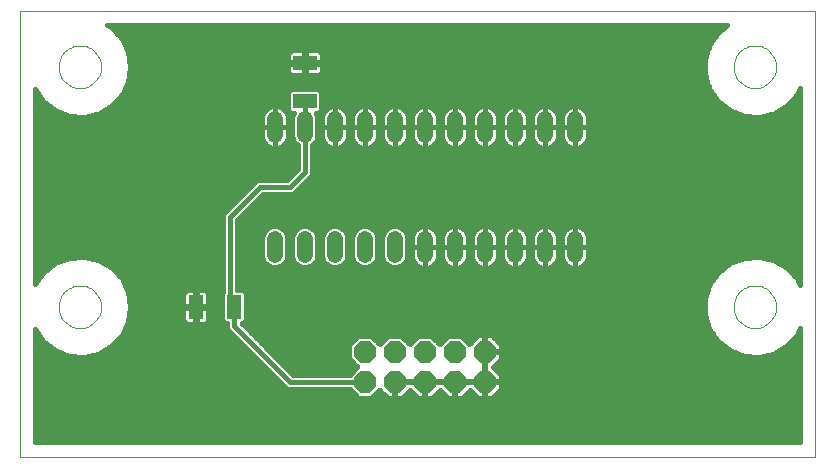
<source format=gtl>
G75*
G70*
%OFA0B0*%
%FSLAX24Y24*%
%IPPOS*%
%LPD*%
%AMOC8*
5,1,8,0,0,1.08239X$1,22.5*
%
%ADD10C,0.0000*%
%ADD11C,0.0520*%
%ADD12OC8,0.0740*%
%ADD13R,0.0472X0.0787*%
%ADD14R,0.0787X0.0472*%
%ADD15C,0.0436*%
%ADD16C,0.0160*%
D10*
X000100Y000100D02*
X000100Y014970D01*
X026592Y014970D01*
X026592Y000100D01*
X000100Y000100D01*
X001391Y005100D02*
X001393Y005153D01*
X001399Y005206D01*
X001409Y005258D01*
X001422Y005309D01*
X001440Y005359D01*
X001461Y005408D01*
X001486Y005455D01*
X001514Y005499D01*
X001546Y005542D01*
X001580Y005582D01*
X001618Y005620D01*
X001658Y005654D01*
X001701Y005686D01*
X001746Y005714D01*
X001792Y005739D01*
X001841Y005760D01*
X001891Y005778D01*
X001942Y005791D01*
X001994Y005801D01*
X002047Y005807D01*
X002100Y005809D01*
X002153Y005807D01*
X002206Y005801D01*
X002258Y005791D01*
X002309Y005778D01*
X002359Y005760D01*
X002408Y005739D01*
X002455Y005714D01*
X002499Y005686D01*
X002542Y005654D01*
X002582Y005620D01*
X002620Y005582D01*
X002654Y005542D01*
X002686Y005499D01*
X002714Y005454D01*
X002739Y005408D01*
X002760Y005359D01*
X002778Y005309D01*
X002791Y005258D01*
X002801Y005206D01*
X002807Y005153D01*
X002809Y005100D01*
X002807Y005047D01*
X002801Y004994D01*
X002791Y004942D01*
X002778Y004891D01*
X002760Y004841D01*
X002739Y004792D01*
X002714Y004745D01*
X002686Y004701D01*
X002654Y004658D01*
X002620Y004618D01*
X002582Y004580D01*
X002542Y004546D01*
X002499Y004514D01*
X002454Y004486D01*
X002408Y004461D01*
X002359Y004440D01*
X002309Y004422D01*
X002258Y004409D01*
X002206Y004399D01*
X002153Y004393D01*
X002100Y004391D01*
X002047Y004393D01*
X001994Y004399D01*
X001942Y004409D01*
X001891Y004422D01*
X001841Y004440D01*
X001792Y004461D01*
X001745Y004486D01*
X001701Y004514D01*
X001658Y004546D01*
X001618Y004580D01*
X001580Y004618D01*
X001546Y004658D01*
X001514Y004701D01*
X001486Y004746D01*
X001461Y004792D01*
X001440Y004841D01*
X001422Y004891D01*
X001409Y004942D01*
X001399Y004994D01*
X001393Y005047D01*
X001391Y005100D01*
X001391Y013100D02*
X001393Y013153D01*
X001399Y013206D01*
X001409Y013258D01*
X001422Y013309D01*
X001440Y013359D01*
X001461Y013408D01*
X001486Y013455D01*
X001514Y013499D01*
X001546Y013542D01*
X001580Y013582D01*
X001618Y013620D01*
X001658Y013654D01*
X001701Y013686D01*
X001746Y013714D01*
X001792Y013739D01*
X001841Y013760D01*
X001891Y013778D01*
X001942Y013791D01*
X001994Y013801D01*
X002047Y013807D01*
X002100Y013809D01*
X002153Y013807D01*
X002206Y013801D01*
X002258Y013791D01*
X002309Y013778D01*
X002359Y013760D01*
X002408Y013739D01*
X002455Y013714D01*
X002499Y013686D01*
X002542Y013654D01*
X002582Y013620D01*
X002620Y013582D01*
X002654Y013542D01*
X002686Y013499D01*
X002714Y013454D01*
X002739Y013408D01*
X002760Y013359D01*
X002778Y013309D01*
X002791Y013258D01*
X002801Y013206D01*
X002807Y013153D01*
X002809Y013100D01*
X002807Y013047D01*
X002801Y012994D01*
X002791Y012942D01*
X002778Y012891D01*
X002760Y012841D01*
X002739Y012792D01*
X002714Y012745D01*
X002686Y012701D01*
X002654Y012658D01*
X002620Y012618D01*
X002582Y012580D01*
X002542Y012546D01*
X002499Y012514D01*
X002454Y012486D01*
X002408Y012461D01*
X002359Y012440D01*
X002309Y012422D01*
X002258Y012409D01*
X002206Y012399D01*
X002153Y012393D01*
X002100Y012391D01*
X002047Y012393D01*
X001994Y012399D01*
X001942Y012409D01*
X001891Y012422D01*
X001841Y012440D01*
X001792Y012461D01*
X001745Y012486D01*
X001701Y012514D01*
X001658Y012546D01*
X001618Y012580D01*
X001580Y012618D01*
X001546Y012658D01*
X001514Y012701D01*
X001486Y012746D01*
X001461Y012792D01*
X001440Y012841D01*
X001422Y012891D01*
X001409Y012942D01*
X001399Y012994D01*
X001393Y013047D01*
X001391Y013100D01*
X023891Y013100D02*
X023893Y013153D01*
X023899Y013206D01*
X023909Y013258D01*
X023922Y013309D01*
X023940Y013359D01*
X023961Y013408D01*
X023986Y013455D01*
X024014Y013499D01*
X024046Y013542D01*
X024080Y013582D01*
X024118Y013620D01*
X024158Y013654D01*
X024201Y013686D01*
X024246Y013714D01*
X024292Y013739D01*
X024341Y013760D01*
X024391Y013778D01*
X024442Y013791D01*
X024494Y013801D01*
X024547Y013807D01*
X024600Y013809D01*
X024653Y013807D01*
X024706Y013801D01*
X024758Y013791D01*
X024809Y013778D01*
X024859Y013760D01*
X024908Y013739D01*
X024955Y013714D01*
X024999Y013686D01*
X025042Y013654D01*
X025082Y013620D01*
X025120Y013582D01*
X025154Y013542D01*
X025186Y013499D01*
X025214Y013454D01*
X025239Y013408D01*
X025260Y013359D01*
X025278Y013309D01*
X025291Y013258D01*
X025301Y013206D01*
X025307Y013153D01*
X025309Y013100D01*
X025307Y013047D01*
X025301Y012994D01*
X025291Y012942D01*
X025278Y012891D01*
X025260Y012841D01*
X025239Y012792D01*
X025214Y012745D01*
X025186Y012701D01*
X025154Y012658D01*
X025120Y012618D01*
X025082Y012580D01*
X025042Y012546D01*
X024999Y012514D01*
X024954Y012486D01*
X024908Y012461D01*
X024859Y012440D01*
X024809Y012422D01*
X024758Y012409D01*
X024706Y012399D01*
X024653Y012393D01*
X024600Y012391D01*
X024547Y012393D01*
X024494Y012399D01*
X024442Y012409D01*
X024391Y012422D01*
X024341Y012440D01*
X024292Y012461D01*
X024245Y012486D01*
X024201Y012514D01*
X024158Y012546D01*
X024118Y012580D01*
X024080Y012618D01*
X024046Y012658D01*
X024014Y012701D01*
X023986Y012746D01*
X023961Y012792D01*
X023940Y012841D01*
X023922Y012891D01*
X023909Y012942D01*
X023899Y012994D01*
X023893Y013047D01*
X023891Y013100D01*
X023891Y005100D02*
X023893Y005153D01*
X023899Y005206D01*
X023909Y005258D01*
X023922Y005309D01*
X023940Y005359D01*
X023961Y005408D01*
X023986Y005455D01*
X024014Y005499D01*
X024046Y005542D01*
X024080Y005582D01*
X024118Y005620D01*
X024158Y005654D01*
X024201Y005686D01*
X024246Y005714D01*
X024292Y005739D01*
X024341Y005760D01*
X024391Y005778D01*
X024442Y005791D01*
X024494Y005801D01*
X024547Y005807D01*
X024600Y005809D01*
X024653Y005807D01*
X024706Y005801D01*
X024758Y005791D01*
X024809Y005778D01*
X024859Y005760D01*
X024908Y005739D01*
X024955Y005714D01*
X024999Y005686D01*
X025042Y005654D01*
X025082Y005620D01*
X025120Y005582D01*
X025154Y005542D01*
X025186Y005499D01*
X025214Y005454D01*
X025239Y005408D01*
X025260Y005359D01*
X025278Y005309D01*
X025291Y005258D01*
X025301Y005206D01*
X025307Y005153D01*
X025309Y005100D01*
X025307Y005047D01*
X025301Y004994D01*
X025291Y004942D01*
X025278Y004891D01*
X025260Y004841D01*
X025239Y004792D01*
X025214Y004745D01*
X025186Y004701D01*
X025154Y004658D01*
X025120Y004618D01*
X025082Y004580D01*
X025042Y004546D01*
X024999Y004514D01*
X024954Y004486D01*
X024908Y004461D01*
X024859Y004440D01*
X024809Y004422D01*
X024758Y004409D01*
X024706Y004399D01*
X024653Y004393D01*
X024600Y004391D01*
X024547Y004393D01*
X024494Y004399D01*
X024442Y004409D01*
X024391Y004422D01*
X024341Y004440D01*
X024292Y004461D01*
X024245Y004486D01*
X024201Y004514D01*
X024158Y004546D01*
X024118Y004580D01*
X024080Y004618D01*
X024046Y004658D01*
X024014Y004701D01*
X023986Y004746D01*
X023961Y004792D01*
X023940Y004841D01*
X023922Y004891D01*
X023909Y004942D01*
X023899Y004994D01*
X023893Y005047D01*
X023891Y005100D01*
D11*
X018600Y006840D02*
X018600Y007360D01*
X017600Y007360D02*
X017600Y006840D01*
X016600Y006840D02*
X016600Y007360D01*
X015600Y007360D02*
X015600Y006840D01*
X014600Y006840D02*
X014600Y007360D01*
X013600Y007360D02*
X013600Y006840D01*
X012600Y006840D02*
X012600Y007360D01*
X011600Y007360D02*
X011600Y006840D01*
X010600Y006840D02*
X010600Y007360D01*
X009600Y007360D02*
X009600Y006840D01*
X008600Y006840D02*
X008600Y007360D01*
X008600Y010840D02*
X008600Y011360D01*
X009600Y011360D02*
X009600Y010840D01*
X010600Y010840D02*
X010600Y011360D01*
X011600Y011360D02*
X011600Y010840D01*
X012600Y010840D02*
X012600Y011360D01*
X013600Y011360D02*
X013600Y010840D01*
X014600Y010840D02*
X014600Y011360D01*
X015600Y011360D02*
X015600Y010840D01*
X016600Y010840D02*
X016600Y011360D01*
X017600Y011360D02*
X017600Y010840D01*
X018600Y010840D02*
X018600Y011360D01*
D12*
X015600Y003600D03*
X014600Y003600D03*
X013600Y003600D03*
X012600Y003600D03*
X011600Y003600D03*
X011600Y002600D03*
X012600Y002600D03*
X013600Y002600D03*
X014600Y002600D03*
X015600Y002600D03*
D13*
X007230Y005100D03*
X005970Y005100D03*
D14*
X009600Y011970D03*
X009600Y013230D03*
D15*
X009600Y014100D03*
X013600Y013100D03*
X017600Y014100D03*
X022100Y014100D03*
X020600Y009100D03*
X024600Y009100D03*
X017600Y005100D03*
X020100Y004100D03*
X020100Y001100D03*
X024600Y001100D03*
X013600Y001100D03*
X007600Y001100D03*
X006600Y004100D03*
X009600Y005100D03*
X006100Y009100D03*
X002100Y009100D03*
X004600Y014100D03*
X013600Y009100D03*
X002100Y001100D03*
D16*
X000600Y001051D02*
X026100Y001051D01*
X026100Y000893D02*
X000600Y000893D01*
X000600Y000734D02*
X026100Y000734D01*
X026100Y000600D02*
X000600Y000600D01*
X000600Y004351D01*
X000868Y003957D01*
X000868Y003957D01*
X000868Y003957D01*
X001260Y003645D01*
X001726Y003462D01*
X002226Y003425D01*
X002714Y003536D01*
X002714Y003536D01*
X003147Y003787D01*
X003488Y004154D01*
X003705Y004605D01*
X003780Y005100D01*
X003705Y005595D01*
X003705Y005595D01*
X003488Y006046D01*
X003488Y006046D01*
X003147Y006413D01*
X002714Y006664D01*
X002714Y006664D01*
X002226Y006775D01*
X002226Y006775D01*
X001726Y006738D01*
X001260Y006555D01*
X000868Y006243D01*
X000600Y005849D01*
X000600Y012351D01*
X000868Y011957D01*
X000868Y011957D01*
X000868Y011957D01*
X001260Y011645D01*
X001726Y011462D01*
X001726Y011462D01*
X002226Y011425D01*
X002714Y011536D01*
X003147Y011787D01*
X003488Y012154D01*
X003705Y012605D01*
X003780Y013100D01*
X003705Y013595D01*
X003705Y013595D01*
X003488Y014046D01*
X003488Y014046D01*
X003147Y014413D01*
X003015Y014490D01*
X023679Y014490D01*
X023368Y014243D01*
X023086Y013829D01*
X022939Y013350D01*
X022939Y012850D01*
X023086Y012371D01*
X023368Y011957D01*
X023368Y011957D01*
X023368Y011957D01*
X023760Y011645D01*
X024226Y011462D01*
X024226Y011462D01*
X024726Y011425D01*
X025214Y011536D01*
X025647Y011787D01*
X025988Y012154D01*
X026100Y012386D01*
X026100Y005814D01*
X025988Y006046D01*
X025647Y006413D01*
X025214Y006664D01*
X024726Y006775D01*
X024726Y006775D01*
X024226Y006738D01*
X023760Y006555D01*
X023368Y006243D01*
X023086Y005829D01*
X022939Y005350D01*
X022939Y004850D01*
X023086Y004371D01*
X023368Y003957D01*
X023368Y003957D01*
X023368Y003957D01*
X023760Y003645D01*
X024226Y003462D01*
X024226Y003462D01*
X024726Y003425D01*
X025214Y003536D01*
X025647Y003787D01*
X025647Y003787D01*
X025988Y004154D01*
X026100Y004386D01*
X026100Y000600D01*
X026100Y001210D02*
X000600Y001210D01*
X000600Y001368D02*
X026100Y001368D01*
X026100Y001527D02*
X000600Y001527D01*
X000600Y001685D02*
X026100Y001685D01*
X026100Y001844D02*
X000600Y001844D01*
X000600Y002002D02*
X026100Y002002D01*
X026100Y002161D02*
X015938Y002161D01*
X015828Y002050D02*
X015620Y002050D01*
X015620Y002580D01*
X015620Y002620D01*
X016150Y002620D01*
X016150Y002828D01*
X015878Y003100D01*
X016150Y003372D01*
X016150Y003580D01*
X015620Y003580D01*
X015620Y003620D01*
X015580Y003620D01*
X015580Y004150D01*
X015372Y004150D01*
X015086Y003864D01*
X014820Y004130D01*
X014380Y004130D01*
X014100Y003850D01*
X013820Y004130D01*
X013380Y004130D01*
X013100Y003850D01*
X012820Y004130D01*
X012380Y004130D01*
X012100Y003850D01*
X011820Y004130D01*
X011380Y004130D01*
X011070Y003820D01*
X011070Y003380D01*
X011350Y003100D01*
X011090Y002840D01*
X009199Y002840D01*
X007493Y004546D01*
X007532Y004546D01*
X007626Y004640D01*
X007626Y005560D01*
X007532Y005654D01*
X007340Y005654D01*
X007340Y008001D01*
X008199Y008860D01*
X009148Y008860D01*
X009236Y008897D01*
X009736Y009397D01*
X009803Y009464D01*
X009840Y009552D01*
X009840Y010486D01*
X009956Y010602D01*
X010020Y010756D01*
X010020Y011444D01*
X009966Y011574D01*
X010060Y011574D01*
X010154Y011668D01*
X010154Y012273D01*
X010060Y012366D01*
X009140Y012366D01*
X009046Y012273D01*
X009046Y011668D01*
X009140Y011574D01*
X009234Y011574D01*
X009180Y011444D01*
X009180Y010756D01*
X009244Y010602D01*
X009360Y010486D01*
X009360Y009699D01*
X009001Y009340D01*
X008052Y009340D01*
X007964Y009303D01*
X007897Y009236D01*
X006897Y008236D01*
X006860Y008148D01*
X006860Y005586D01*
X006834Y005560D01*
X006834Y004640D01*
X006927Y004546D01*
X006990Y004546D01*
X006990Y004422D01*
X007026Y004334D01*
X007094Y004267D01*
X008964Y002397D01*
X009052Y002360D01*
X011090Y002360D01*
X011380Y002070D01*
X011820Y002070D01*
X012086Y002336D01*
X012372Y002050D01*
X012580Y002050D01*
X012580Y002580D01*
X012620Y002580D01*
X012620Y002620D01*
X013580Y002620D01*
X013580Y002580D01*
X013620Y002580D01*
X013620Y002620D01*
X014580Y002620D01*
X014580Y002580D01*
X014620Y002580D01*
X014620Y002620D01*
X015580Y002620D01*
X015580Y003150D01*
X015580Y003580D01*
X015620Y003580D01*
X015620Y002620D01*
X015580Y002620D01*
X015580Y002580D01*
X015620Y002580D01*
X016150Y002580D01*
X016150Y002372D01*
X015828Y002050D01*
X015620Y002161D02*
X015580Y002161D01*
X015580Y002050D02*
X015372Y002050D01*
X015100Y002322D01*
X014828Y002050D01*
X014620Y002050D01*
X014620Y002580D01*
X015150Y002580D01*
X015580Y002580D01*
X015580Y002050D01*
X015262Y002161D02*
X014938Y002161D01*
X015097Y002319D02*
X015103Y002319D01*
X015580Y002319D02*
X015620Y002319D01*
X015620Y002478D02*
X015580Y002478D01*
X015580Y002636D02*
X015620Y002636D01*
X015620Y002795D02*
X015580Y002795D01*
X015580Y002953D02*
X015620Y002953D01*
X015620Y003112D02*
X015580Y003112D01*
X015580Y003270D02*
X015620Y003270D01*
X015620Y003429D02*
X015580Y003429D01*
X015620Y003587D02*
X023908Y003587D01*
X023760Y003645D02*
X023760Y003645D01*
X023634Y003746D02*
X016150Y003746D01*
X016150Y003828D02*
X016150Y003620D01*
X015620Y003620D01*
X015620Y004150D01*
X015828Y004150D01*
X016150Y003828D01*
X016074Y003904D02*
X023435Y003904D01*
X023297Y004063D02*
X015915Y004063D01*
X015620Y004063D02*
X015580Y004063D01*
X015580Y003904D02*
X015620Y003904D01*
X015620Y003746D02*
X015580Y003746D01*
X015285Y004063D02*
X014887Y004063D01*
X015046Y003904D02*
X015126Y003904D01*
X014313Y004063D02*
X013887Y004063D01*
X014046Y003904D02*
X014154Y003904D01*
X013313Y004063D02*
X012887Y004063D01*
X013046Y003904D02*
X013154Y003904D01*
X012313Y004063D02*
X011887Y004063D01*
X012046Y003904D02*
X012154Y003904D01*
X011313Y004063D02*
X007977Y004063D01*
X008135Y003904D02*
X011154Y003904D01*
X011070Y003746D02*
X008294Y003746D01*
X008452Y003587D02*
X011070Y003587D01*
X011070Y003429D02*
X008611Y003429D01*
X008769Y003270D02*
X011180Y003270D01*
X011339Y003112D02*
X008928Y003112D01*
X009086Y002953D02*
X011203Y002953D01*
X011600Y002600D02*
X009100Y002600D01*
X007230Y004470D01*
X007230Y005100D01*
X007100Y005230D01*
X007100Y008100D01*
X008100Y009100D01*
X009100Y009100D01*
X009600Y009600D01*
X009600Y011100D01*
X009600Y011970D01*
X009600Y012100D01*
X009078Y012305D02*
X003561Y012305D01*
X003488Y012154D02*
X003488Y012154D01*
X003481Y012146D02*
X009046Y012146D01*
X009046Y011988D02*
X003334Y011988D01*
X003187Y011829D02*
X009046Y011829D01*
X009046Y011671D02*
X008912Y011671D01*
X008936Y011647D02*
X008887Y011696D01*
X008831Y011736D01*
X008769Y011768D01*
X008703Y011789D01*
X008635Y011800D01*
X008600Y011800D01*
X008600Y011100D01*
X009040Y011100D01*
X009040Y011395D01*
X009029Y011463D01*
X009008Y011529D01*
X008976Y011591D01*
X008936Y011647D01*
X009013Y011512D02*
X009208Y011512D01*
X009180Y011354D02*
X009040Y011354D01*
X009040Y011195D02*
X009180Y011195D01*
X009180Y011037D02*
X009040Y011037D01*
X009040Y011100D02*
X008600Y011100D01*
X008600Y011100D01*
X008600Y011100D01*
X008600Y010400D01*
X008635Y010400D01*
X008703Y010411D01*
X008769Y010432D01*
X008831Y010464D01*
X008887Y010504D01*
X008936Y010553D01*
X008976Y010609D01*
X009008Y010671D01*
X009029Y010737D01*
X009040Y010805D01*
X009040Y011100D01*
X009040Y010878D02*
X009180Y010878D01*
X009195Y010720D02*
X009023Y010720D01*
X008941Y010561D02*
X009285Y010561D01*
X009360Y010403D02*
X008651Y010403D01*
X008600Y010403D02*
X008600Y010403D01*
X008600Y010400D02*
X008600Y011100D01*
X008600Y011100D01*
X008600Y011100D01*
X008160Y011100D01*
X008160Y011395D01*
X008171Y011463D01*
X008192Y011529D01*
X008224Y011591D01*
X008264Y011647D01*
X008313Y011696D01*
X008369Y011736D01*
X008431Y011768D01*
X008497Y011789D01*
X008565Y011800D01*
X008600Y011800D01*
X008600Y011100D01*
X008160Y011100D01*
X008160Y010805D01*
X008171Y010737D01*
X008192Y010671D01*
X008224Y010609D01*
X008264Y010553D01*
X008313Y010504D01*
X008369Y010464D01*
X008431Y010432D01*
X008497Y010411D01*
X008565Y010400D01*
X008600Y010400D01*
X008549Y010403D02*
X000600Y010403D01*
X000600Y010561D02*
X008259Y010561D01*
X008177Y010720D02*
X000600Y010720D01*
X000600Y010878D02*
X008160Y010878D01*
X008160Y011037D02*
X000600Y011037D01*
X000600Y011195D02*
X008160Y011195D01*
X008160Y011354D02*
X000600Y011354D01*
X000600Y011512D02*
X001599Y011512D01*
X001260Y011645D02*
X001260Y011645D01*
X001228Y011671D02*
X000600Y011671D01*
X000600Y011829D02*
X001029Y011829D01*
X000848Y011988D02*
X000600Y011988D01*
X000600Y012146D02*
X000740Y012146D01*
X000632Y012305D02*
X000600Y012305D01*
X002226Y011425D02*
X002226Y011425D01*
X002608Y011512D02*
X008187Y011512D01*
X008288Y011671D02*
X002947Y011671D01*
X003147Y011787D02*
X003147Y011787D01*
X003147Y011787D01*
X002714Y011536D02*
X002714Y011536D01*
X003637Y012463D02*
X023058Y012463D01*
X023086Y012371D02*
X023086Y012371D01*
X023132Y012305D02*
X010122Y012305D01*
X010154Y012146D02*
X023240Y012146D01*
X023348Y011988D02*
X010154Y011988D01*
X010154Y011829D02*
X023529Y011829D01*
X023728Y011671D02*
X018912Y011671D01*
X018936Y011647D02*
X018887Y011696D01*
X018831Y011736D01*
X018769Y011768D01*
X018703Y011789D01*
X018635Y011800D01*
X018600Y011800D01*
X018600Y011100D01*
X019040Y011100D01*
X019040Y011395D01*
X019029Y011463D01*
X019008Y011529D01*
X018976Y011591D01*
X018936Y011647D01*
X019013Y011512D02*
X024099Y011512D01*
X023760Y011645D02*
X023760Y011645D01*
X024726Y011425D02*
X024726Y011425D01*
X025108Y011512D02*
X026100Y011512D01*
X026100Y011354D02*
X019040Y011354D01*
X019040Y011195D02*
X026100Y011195D01*
X026100Y011037D02*
X019040Y011037D01*
X019040Y011100D02*
X018600Y011100D01*
X018600Y011100D01*
X018600Y011100D01*
X018600Y010400D01*
X018635Y010400D01*
X018703Y010411D01*
X018769Y010432D01*
X018831Y010464D01*
X018887Y010504D01*
X018936Y010553D01*
X018976Y010609D01*
X019008Y010671D01*
X019029Y010737D01*
X019040Y010805D01*
X019040Y011100D01*
X019040Y010878D02*
X026100Y010878D01*
X026100Y010720D02*
X019023Y010720D01*
X018941Y010561D02*
X026100Y010561D01*
X026100Y010403D02*
X018651Y010403D01*
X018600Y010403D02*
X018600Y010403D01*
X018600Y010400D02*
X018600Y011100D01*
X018600Y011100D01*
X018600Y011100D01*
X018160Y011100D01*
X018160Y011395D01*
X018171Y011463D01*
X018192Y011529D01*
X018224Y011591D01*
X018264Y011647D01*
X018313Y011696D01*
X018369Y011736D01*
X018431Y011768D01*
X018497Y011789D01*
X018565Y011800D01*
X018600Y011800D01*
X018600Y011100D01*
X018160Y011100D01*
X018160Y010805D01*
X018171Y010737D01*
X018192Y010671D01*
X018224Y010609D01*
X018264Y010553D01*
X018313Y010504D01*
X018369Y010464D01*
X018431Y010432D01*
X018497Y010411D01*
X018565Y010400D01*
X018600Y010400D01*
X018549Y010403D02*
X017651Y010403D01*
X017635Y010400D02*
X017703Y010411D01*
X017769Y010432D01*
X017831Y010464D01*
X017887Y010504D01*
X017936Y010553D01*
X017976Y010609D01*
X018008Y010671D01*
X018029Y010737D01*
X018040Y010805D01*
X018040Y011100D01*
X018040Y011395D01*
X018029Y011463D01*
X018008Y011529D01*
X017976Y011591D01*
X017936Y011647D01*
X017887Y011696D01*
X017831Y011736D01*
X017769Y011768D01*
X017703Y011789D01*
X017635Y011800D01*
X017600Y011800D01*
X017600Y011100D01*
X018040Y011100D01*
X017600Y011100D01*
X017600Y011100D01*
X017600Y011100D01*
X017600Y010400D01*
X017635Y010400D01*
X017600Y010400D02*
X017600Y011100D01*
X017600Y011100D01*
X017600Y011100D01*
X017160Y011100D01*
X017160Y011395D01*
X017171Y011463D01*
X017192Y011529D01*
X017224Y011591D01*
X017264Y011647D01*
X017313Y011696D01*
X017369Y011736D01*
X017431Y011768D01*
X017497Y011789D01*
X017565Y011800D01*
X017600Y011800D01*
X017600Y011100D01*
X017160Y011100D01*
X017160Y010805D01*
X017171Y010737D01*
X017192Y010671D01*
X017224Y010609D01*
X017264Y010553D01*
X017313Y010504D01*
X017369Y010464D01*
X017431Y010432D01*
X017497Y010411D01*
X017565Y010400D01*
X017600Y010400D01*
X017600Y010403D02*
X017600Y010403D01*
X017549Y010403D02*
X016651Y010403D01*
X016635Y010400D02*
X016703Y010411D01*
X016769Y010432D01*
X016831Y010464D01*
X016887Y010504D01*
X016936Y010553D01*
X016976Y010609D01*
X017008Y010671D01*
X017029Y010737D01*
X017040Y010805D01*
X017040Y011100D01*
X017040Y011395D01*
X017029Y011463D01*
X017008Y011529D01*
X016976Y011591D01*
X016936Y011647D01*
X016887Y011696D01*
X016831Y011736D01*
X016769Y011768D01*
X016703Y011789D01*
X016635Y011800D01*
X016600Y011800D01*
X016600Y011100D01*
X017040Y011100D01*
X016600Y011100D01*
X016600Y011100D01*
X016600Y011100D01*
X016600Y010400D01*
X016635Y010400D01*
X016600Y010400D02*
X016600Y011100D01*
X016600Y011100D01*
X016600Y011100D01*
X016160Y011100D01*
X016160Y011395D01*
X016171Y011463D01*
X016192Y011529D01*
X016224Y011591D01*
X016264Y011647D01*
X016313Y011696D01*
X016369Y011736D01*
X016431Y011768D01*
X016497Y011789D01*
X016565Y011800D01*
X016600Y011800D01*
X016600Y011100D01*
X016160Y011100D01*
X016160Y010805D01*
X016171Y010737D01*
X016192Y010671D01*
X016224Y010609D01*
X016264Y010553D01*
X016313Y010504D01*
X016369Y010464D01*
X016431Y010432D01*
X016497Y010411D01*
X016565Y010400D01*
X016600Y010400D01*
X016600Y010403D02*
X016600Y010403D01*
X016549Y010403D02*
X015651Y010403D01*
X015635Y010400D02*
X015703Y010411D01*
X015769Y010432D01*
X015831Y010464D01*
X015887Y010504D01*
X015936Y010553D01*
X015976Y010609D01*
X016008Y010671D01*
X016029Y010737D01*
X016040Y010805D01*
X016040Y011100D01*
X016040Y011395D01*
X016029Y011463D01*
X016008Y011529D01*
X015976Y011591D01*
X015936Y011647D01*
X015887Y011696D01*
X015831Y011736D01*
X015769Y011768D01*
X015703Y011789D01*
X015635Y011800D01*
X015600Y011800D01*
X015600Y011100D01*
X016040Y011100D01*
X015600Y011100D01*
X015600Y011100D01*
X015600Y011100D01*
X015600Y010400D01*
X015635Y010400D01*
X015600Y010400D02*
X015600Y011100D01*
X015600Y011100D01*
X015600Y011100D01*
X015160Y011100D01*
X015160Y011395D01*
X015171Y011463D01*
X015192Y011529D01*
X015224Y011591D01*
X015264Y011647D01*
X015313Y011696D01*
X015369Y011736D01*
X015431Y011768D01*
X015497Y011789D01*
X015565Y011800D01*
X015600Y011800D01*
X015600Y011100D01*
X015160Y011100D01*
X015160Y010805D01*
X015171Y010737D01*
X015192Y010671D01*
X015224Y010609D01*
X015264Y010553D01*
X015313Y010504D01*
X015369Y010464D01*
X015431Y010432D01*
X015497Y010411D01*
X015565Y010400D01*
X015600Y010400D01*
X015600Y010403D02*
X015600Y010403D01*
X015549Y010403D02*
X014651Y010403D01*
X014635Y010400D02*
X014703Y010411D01*
X014769Y010432D01*
X014831Y010464D01*
X014887Y010504D01*
X014936Y010553D01*
X014976Y010609D01*
X015008Y010671D01*
X015029Y010737D01*
X015040Y010805D01*
X015040Y011100D01*
X015040Y011395D01*
X015029Y011463D01*
X015008Y011529D01*
X014976Y011591D01*
X014936Y011647D01*
X014887Y011696D01*
X014831Y011736D01*
X014769Y011768D01*
X014703Y011789D01*
X014635Y011800D01*
X014600Y011800D01*
X014600Y011100D01*
X015040Y011100D01*
X014600Y011100D01*
X014600Y011100D01*
X014600Y011100D01*
X014600Y010400D01*
X014635Y010400D01*
X014600Y010400D02*
X014600Y011100D01*
X014600Y011100D01*
X014600Y011100D01*
X014160Y011100D01*
X014160Y011395D01*
X014171Y011463D01*
X014192Y011529D01*
X014224Y011591D01*
X014264Y011647D01*
X014313Y011696D01*
X014369Y011736D01*
X014431Y011768D01*
X014497Y011789D01*
X014565Y011800D01*
X014600Y011800D01*
X014600Y011100D01*
X014160Y011100D01*
X014160Y010805D01*
X014171Y010737D01*
X014192Y010671D01*
X014224Y010609D01*
X014264Y010553D01*
X014313Y010504D01*
X014369Y010464D01*
X014431Y010432D01*
X014497Y010411D01*
X014565Y010400D01*
X014600Y010400D01*
X014600Y010403D02*
X014600Y010403D01*
X014549Y010403D02*
X013651Y010403D01*
X013635Y010400D02*
X013703Y010411D01*
X013769Y010432D01*
X013831Y010464D01*
X013887Y010504D01*
X013936Y010553D01*
X013976Y010609D01*
X014008Y010671D01*
X014029Y010737D01*
X014040Y010805D01*
X014040Y011100D01*
X014040Y011395D01*
X014029Y011463D01*
X014008Y011529D01*
X013976Y011591D01*
X013936Y011647D01*
X013887Y011696D01*
X013831Y011736D01*
X013769Y011768D01*
X013703Y011789D01*
X013635Y011800D01*
X013600Y011800D01*
X013600Y011100D01*
X014040Y011100D01*
X013600Y011100D01*
X013600Y011100D01*
X013600Y011100D01*
X013600Y010400D01*
X013635Y010400D01*
X013600Y010400D02*
X013600Y011100D01*
X013600Y011100D01*
X013600Y011100D01*
X013160Y011100D01*
X013160Y011395D01*
X013171Y011463D01*
X013192Y011529D01*
X013224Y011591D01*
X013264Y011647D01*
X013313Y011696D01*
X013369Y011736D01*
X013431Y011768D01*
X013497Y011789D01*
X013565Y011800D01*
X013600Y011800D01*
X013600Y011100D01*
X013160Y011100D01*
X013160Y010805D01*
X013171Y010737D01*
X013192Y010671D01*
X013224Y010609D01*
X013264Y010553D01*
X013313Y010504D01*
X013369Y010464D01*
X013431Y010432D01*
X013497Y010411D01*
X013565Y010400D01*
X013600Y010400D01*
X013600Y010403D02*
X013600Y010403D01*
X013549Y010403D02*
X012651Y010403D01*
X012635Y010400D02*
X012703Y010411D01*
X012769Y010432D01*
X012831Y010464D01*
X012887Y010504D01*
X012936Y010553D01*
X012976Y010609D01*
X013008Y010671D01*
X013029Y010737D01*
X013040Y010805D01*
X013040Y011100D01*
X013040Y011395D01*
X013029Y011463D01*
X013008Y011529D01*
X012976Y011591D01*
X012936Y011647D01*
X012887Y011696D01*
X012831Y011736D01*
X012769Y011768D01*
X012703Y011789D01*
X012635Y011800D01*
X012600Y011800D01*
X012600Y011100D01*
X013040Y011100D01*
X012600Y011100D01*
X012600Y011100D01*
X012600Y011100D01*
X012600Y010400D01*
X012635Y010400D01*
X012600Y010400D02*
X012600Y011100D01*
X012600Y011100D01*
X012600Y011100D01*
X012160Y011100D01*
X012160Y011395D01*
X012171Y011463D01*
X012192Y011529D01*
X012224Y011591D01*
X012264Y011647D01*
X012313Y011696D01*
X012369Y011736D01*
X012431Y011768D01*
X012497Y011789D01*
X012565Y011800D01*
X012600Y011800D01*
X012600Y011100D01*
X012160Y011100D01*
X012160Y010805D01*
X012171Y010737D01*
X012192Y010671D01*
X012224Y010609D01*
X012264Y010553D01*
X012313Y010504D01*
X012369Y010464D01*
X012431Y010432D01*
X012497Y010411D01*
X012565Y010400D01*
X012600Y010400D01*
X012600Y010403D02*
X012600Y010403D01*
X012549Y010403D02*
X011651Y010403D01*
X011635Y010400D02*
X011703Y010411D01*
X011769Y010432D01*
X011831Y010464D01*
X011887Y010504D01*
X011936Y010553D01*
X011976Y010609D01*
X012008Y010671D01*
X012029Y010737D01*
X012040Y010805D01*
X012040Y011100D01*
X012040Y011395D01*
X012029Y011463D01*
X012008Y011529D01*
X011976Y011591D01*
X011936Y011647D01*
X011887Y011696D01*
X011831Y011736D01*
X011769Y011768D01*
X011703Y011789D01*
X011635Y011800D01*
X011600Y011800D01*
X011600Y011100D01*
X012040Y011100D01*
X011600Y011100D01*
X011600Y011100D01*
X011600Y011100D01*
X011600Y010400D01*
X011635Y010400D01*
X011600Y010400D02*
X011600Y011100D01*
X011600Y011100D01*
X011600Y011100D01*
X011160Y011100D01*
X011160Y011395D01*
X011171Y011463D01*
X011192Y011529D01*
X011224Y011591D01*
X011264Y011647D01*
X011313Y011696D01*
X011369Y011736D01*
X011431Y011768D01*
X011497Y011789D01*
X011565Y011800D01*
X011600Y011800D01*
X011600Y011100D01*
X011160Y011100D01*
X011160Y010805D01*
X011171Y010737D01*
X011192Y010671D01*
X011224Y010609D01*
X011264Y010553D01*
X011313Y010504D01*
X011369Y010464D01*
X011431Y010432D01*
X011497Y010411D01*
X011565Y010400D01*
X011600Y010400D01*
X011600Y010403D02*
X011600Y010403D01*
X011549Y010403D02*
X010651Y010403D01*
X010635Y010400D02*
X010703Y010411D01*
X010769Y010432D01*
X010831Y010464D01*
X010887Y010504D01*
X010936Y010553D01*
X010976Y010609D01*
X011008Y010671D01*
X011029Y010737D01*
X011040Y010805D01*
X011040Y011100D01*
X011040Y011395D01*
X011029Y011463D01*
X011008Y011529D01*
X010976Y011591D01*
X010936Y011647D01*
X010887Y011696D01*
X010831Y011736D01*
X010769Y011768D01*
X010703Y011789D01*
X010635Y011800D01*
X010600Y011800D01*
X010600Y011100D01*
X011040Y011100D01*
X010600Y011100D01*
X010600Y011100D01*
X010600Y011100D01*
X010600Y010400D01*
X010635Y010400D01*
X010600Y010400D02*
X010600Y011100D01*
X010600Y011100D01*
X010600Y011100D01*
X010160Y011100D01*
X010160Y011395D01*
X010171Y011463D01*
X010192Y011529D01*
X010224Y011591D01*
X010264Y011647D01*
X010313Y011696D01*
X010369Y011736D01*
X010431Y011768D01*
X010497Y011789D01*
X010565Y011800D01*
X010600Y011800D01*
X010600Y011100D01*
X010160Y011100D01*
X010160Y010805D01*
X010171Y010737D01*
X010192Y010671D01*
X010224Y010609D01*
X010264Y010553D01*
X010313Y010504D01*
X010369Y010464D01*
X010431Y010432D01*
X010497Y010411D01*
X010565Y010400D01*
X010600Y010400D01*
X010600Y010403D02*
X010600Y010403D01*
X010549Y010403D02*
X009840Y010403D01*
X009915Y010561D02*
X010259Y010561D01*
X010177Y010720D02*
X010005Y010720D01*
X010020Y010878D02*
X010160Y010878D01*
X010160Y011037D02*
X010020Y011037D01*
X010020Y011195D02*
X010160Y011195D01*
X010160Y011354D02*
X010020Y011354D01*
X009992Y011512D02*
X010187Y011512D01*
X010154Y011671D02*
X010288Y011671D01*
X010600Y011671D02*
X010600Y011671D01*
X010600Y011512D02*
X010600Y011512D01*
X010600Y011354D02*
X010600Y011354D01*
X010600Y011195D02*
X010600Y011195D01*
X010600Y011037D02*
X010600Y011037D01*
X010600Y010878D02*
X010600Y010878D01*
X010600Y010720D02*
X010600Y010720D01*
X010600Y010561D02*
X010600Y010561D01*
X010941Y010561D02*
X011259Y010561D01*
X011177Y010720D02*
X011023Y010720D01*
X011040Y010878D02*
X011160Y010878D01*
X011160Y011037D02*
X011040Y011037D01*
X011040Y011195D02*
X011160Y011195D01*
X011160Y011354D02*
X011040Y011354D01*
X011013Y011512D02*
X011187Y011512D01*
X011288Y011671D02*
X010912Y011671D01*
X011600Y011671D02*
X011600Y011671D01*
X011600Y011512D02*
X011600Y011512D01*
X011600Y011354D02*
X011600Y011354D01*
X011600Y011195D02*
X011600Y011195D01*
X011600Y011037D02*
X011600Y011037D01*
X011600Y010878D02*
X011600Y010878D01*
X011600Y010720D02*
X011600Y010720D01*
X011600Y010561D02*
X011600Y010561D01*
X011941Y010561D02*
X012259Y010561D01*
X012177Y010720D02*
X012023Y010720D01*
X012040Y010878D02*
X012160Y010878D01*
X012160Y011037D02*
X012040Y011037D01*
X012040Y011195D02*
X012160Y011195D01*
X012160Y011354D02*
X012040Y011354D01*
X012013Y011512D02*
X012187Y011512D01*
X012288Y011671D02*
X011912Y011671D01*
X012600Y011671D02*
X012600Y011671D01*
X012600Y011512D02*
X012600Y011512D01*
X012600Y011354D02*
X012600Y011354D01*
X012600Y011195D02*
X012600Y011195D01*
X012600Y011037D02*
X012600Y011037D01*
X012600Y010878D02*
X012600Y010878D01*
X012600Y010720D02*
X012600Y010720D01*
X012600Y010561D02*
X012600Y010561D01*
X012941Y010561D02*
X013259Y010561D01*
X013177Y010720D02*
X013023Y010720D01*
X013040Y010878D02*
X013160Y010878D01*
X013160Y011037D02*
X013040Y011037D01*
X013040Y011195D02*
X013160Y011195D01*
X013160Y011354D02*
X013040Y011354D01*
X013013Y011512D02*
X013187Y011512D01*
X013288Y011671D02*
X012912Y011671D01*
X013600Y011671D02*
X013600Y011671D01*
X013600Y011512D02*
X013600Y011512D01*
X013600Y011354D02*
X013600Y011354D01*
X013600Y011195D02*
X013600Y011195D01*
X013600Y011037D02*
X013600Y011037D01*
X013600Y010878D02*
X013600Y010878D01*
X013600Y010720D02*
X013600Y010720D01*
X013600Y010561D02*
X013600Y010561D01*
X013941Y010561D02*
X014259Y010561D01*
X014177Y010720D02*
X014023Y010720D01*
X014040Y010878D02*
X014160Y010878D01*
X014160Y011037D02*
X014040Y011037D01*
X014040Y011195D02*
X014160Y011195D01*
X014160Y011354D02*
X014040Y011354D01*
X014013Y011512D02*
X014187Y011512D01*
X014288Y011671D02*
X013912Y011671D01*
X014600Y011671D02*
X014600Y011671D01*
X014600Y011512D02*
X014600Y011512D01*
X014600Y011354D02*
X014600Y011354D01*
X014600Y011195D02*
X014600Y011195D01*
X014600Y011037D02*
X014600Y011037D01*
X014600Y010878D02*
X014600Y010878D01*
X014600Y010720D02*
X014600Y010720D01*
X014600Y010561D02*
X014600Y010561D01*
X014941Y010561D02*
X015259Y010561D01*
X015177Y010720D02*
X015023Y010720D01*
X015040Y010878D02*
X015160Y010878D01*
X015160Y011037D02*
X015040Y011037D01*
X015040Y011195D02*
X015160Y011195D01*
X015160Y011354D02*
X015040Y011354D01*
X015013Y011512D02*
X015187Y011512D01*
X015288Y011671D02*
X014912Y011671D01*
X015600Y011671D02*
X015600Y011671D01*
X015600Y011512D02*
X015600Y011512D01*
X015600Y011354D02*
X015600Y011354D01*
X015600Y011195D02*
X015600Y011195D01*
X015600Y011037D02*
X015600Y011037D01*
X015600Y010878D02*
X015600Y010878D01*
X015600Y010720D02*
X015600Y010720D01*
X015600Y010561D02*
X015600Y010561D01*
X015941Y010561D02*
X016259Y010561D01*
X016177Y010720D02*
X016023Y010720D01*
X016040Y010878D02*
X016160Y010878D01*
X016160Y011037D02*
X016040Y011037D01*
X016040Y011195D02*
X016160Y011195D01*
X016160Y011354D02*
X016040Y011354D01*
X016013Y011512D02*
X016187Y011512D01*
X016288Y011671D02*
X015912Y011671D01*
X016600Y011671D02*
X016600Y011671D01*
X016600Y011512D02*
X016600Y011512D01*
X016600Y011354D02*
X016600Y011354D01*
X016600Y011195D02*
X016600Y011195D01*
X016600Y011037D02*
X016600Y011037D01*
X016600Y010878D02*
X016600Y010878D01*
X016600Y010720D02*
X016600Y010720D01*
X016600Y010561D02*
X016600Y010561D01*
X016941Y010561D02*
X017259Y010561D01*
X017177Y010720D02*
X017023Y010720D01*
X017040Y010878D02*
X017160Y010878D01*
X017160Y011037D02*
X017040Y011037D01*
X017040Y011195D02*
X017160Y011195D01*
X017160Y011354D02*
X017040Y011354D01*
X017013Y011512D02*
X017187Y011512D01*
X017288Y011671D02*
X016912Y011671D01*
X017600Y011671D02*
X017600Y011671D01*
X017600Y011512D02*
X017600Y011512D01*
X017600Y011354D02*
X017600Y011354D01*
X017600Y011195D02*
X017600Y011195D01*
X017600Y011037D02*
X017600Y011037D01*
X017600Y010878D02*
X017600Y010878D01*
X017600Y010720D02*
X017600Y010720D01*
X017600Y010561D02*
X017600Y010561D01*
X017941Y010561D02*
X018259Y010561D01*
X018177Y010720D02*
X018023Y010720D01*
X018040Y010878D02*
X018160Y010878D01*
X018160Y011037D02*
X018040Y011037D01*
X018040Y011195D02*
X018160Y011195D01*
X018160Y011354D02*
X018040Y011354D01*
X018013Y011512D02*
X018187Y011512D01*
X018288Y011671D02*
X017912Y011671D01*
X018600Y011671D02*
X018600Y011671D01*
X018600Y011512D02*
X018600Y011512D01*
X018600Y011354D02*
X018600Y011354D01*
X018600Y011195D02*
X018600Y011195D01*
X018600Y011037D02*
X018600Y011037D01*
X018600Y010878D02*
X018600Y010878D01*
X018600Y010720D02*
X018600Y010720D01*
X018600Y010561D02*
X018600Y010561D01*
X022939Y012939D02*
X010165Y012939D01*
X010161Y012924D02*
X010174Y012970D01*
X010174Y013192D01*
X009638Y013192D01*
X009638Y013268D01*
X009562Y013268D01*
X009562Y013646D01*
X009183Y013646D01*
X009137Y013634D01*
X009096Y013610D01*
X009062Y013577D01*
X009039Y013536D01*
X009026Y013490D01*
X009026Y013268D01*
X009562Y013268D01*
X009562Y013192D01*
X009026Y013192D01*
X009026Y012970D01*
X009039Y012924D01*
X009062Y012883D01*
X009096Y012850D01*
X009137Y012826D01*
X009183Y012814D01*
X009562Y012814D01*
X009562Y013192D01*
X009638Y013192D01*
X009638Y012814D01*
X010017Y012814D01*
X010063Y012826D01*
X010104Y012850D01*
X010138Y012883D01*
X010161Y012924D01*
X010174Y013097D02*
X022939Y013097D01*
X022939Y013256D02*
X009638Y013256D01*
X009638Y013268D02*
X010174Y013268D01*
X010174Y013490D01*
X010161Y013536D01*
X010138Y013577D01*
X010104Y013610D01*
X010063Y013634D01*
X010017Y013646D01*
X009638Y013646D01*
X009638Y013268D01*
X009562Y013256D02*
X003757Y013256D01*
X003780Y013097D02*
X009026Y013097D01*
X009035Y012939D02*
X003756Y012939D01*
X003732Y012780D02*
X022960Y012780D01*
X023009Y012622D02*
X003708Y012622D01*
X003705Y012605D02*
X003705Y012605D01*
X003733Y013414D02*
X009026Y013414D01*
X009060Y013573D02*
X003709Y013573D01*
X003640Y013731D02*
X023056Y013731D01*
X023086Y013829D02*
X023086Y013829D01*
X023128Y013890D02*
X003564Y013890D01*
X003487Y014048D02*
X023236Y014048D01*
X023344Y014207D02*
X003339Y014207D01*
X003192Y014365D02*
X023522Y014365D01*
X023368Y014243D02*
X023368Y014243D01*
X023368Y014243D01*
X023007Y013573D02*
X010140Y013573D01*
X010174Y013414D02*
X022958Y013414D01*
X025834Y011988D02*
X026100Y011988D01*
X026100Y012146D02*
X025981Y012146D01*
X025988Y012154D02*
X025988Y012154D01*
X026061Y012305D02*
X026100Y012305D01*
X026100Y011829D02*
X025687Y011829D01*
X025647Y011787D02*
X025647Y011787D01*
X025647Y011787D01*
X025447Y011671D02*
X026100Y011671D01*
X025214Y011536D02*
X025214Y011536D01*
X026100Y010244D02*
X009840Y010244D01*
X009840Y010086D02*
X026100Y010086D01*
X026100Y009927D02*
X009840Y009927D01*
X009840Y009769D02*
X026100Y009769D01*
X026100Y009610D02*
X009840Y009610D01*
X009791Y009452D02*
X026100Y009452D01*
X026100Y009293D02*
X009632Y009293D01*
X009474Y009135D02*
X026100Y009135D01*
X026100Y008976D02*
X009315Y008976D01*
X009112Y009452D02*
X000600Y009452D01*
X000600Y009610D02*
X009271Y009610D01*
X009360Y009769D02*
X000600Y009769D01*
X000600Y009927D02*
X009360Y009927D01*
X009360Y010086D02*
X000600Y010086D01*
X000600Y010244D02*
X009360Y010244D01*
X008600Y010561D02*
X008600Y010561D01*
X008600Y010720D02*
X008600Y010720D01*
X008600Y010878D02*
X008600Y010878D01*
X008600Y011037D02*
X008600Y011037D01*
X008600Y011195D02*
X008600Y011195D01*
X008600Y011354D02*
X008600Y011354D01*
X008600Y011512D02*
X008600Y011512D01*
X008600Y011671D02*
X008600Y011671D01*
X009562Y012939D02*
X009638Y012939D01*
X009638Y013097D02*
X009562Y013097D01*
X009562Y013414D02*
X009638Y013414D01*
X009638Y013573D02*
X009562Y013573D01*
X003147Y014413D02*
X003147Y014413D01*
X000600Y009293D02*
X007954Y009293D01*
X007795Y009135D02*
X000600Y009135D01*
X000600Y008976D02*
X007637Y008976D01*
X007478Y008818D02*
X000600Y008818D01*
X000600Y008659D02*
X007320Y008659D01*
X007161Y008501D02*
X000600Y008501D01*
X000600Y008342D02*
X007003Y008342D01*
X006875Y008184D02*
X000600Y008184D01*
X000600Y008025D02*
X006860Y008025D01*
X006860Y007867D02*
X000600Y007867D01*
X000600Y007708D02*
X006860Y007708D01*
X006860Y007550D02*
X000600Y007550D01*
X000600Y007391D02*
X006860Y007391D01*
X006860Y007233D02*
X000600Y007233D01*
X000600Y007074D02*
X006860Y007074D01*
X006860Y006916D02*
X000600Y006916D01*
X000600Y006757D02*
X001981Y006757D01*
X001726Y006738D02*
X001726Y006738D01*
X001371Y006599D02*
X000600Y006599D01*
X000600Y006440D02*
X001116Y006440D01*
X001260Y006555D02*
X001260Y006555D01*
X000917Y006282D02*
X000600Y006282D01*
X000600Y006123D02*
X000787Y006123D01*
X000868Y006243D02*
X000868Y006243D01*
X000679Y005965D02*
X000600Y005965D01*
X002306Y006757D02*
X006860Y006757D01*
X006860Y006599D02*
X002827Y006599D01*
X003102Y006440D02*
X006860Y006440D01*
X006860Y006282D02*
X003270Y006282D01*
X003147Y006413D02*
X003147Y006413D01*
X003417Y006123D02*
X006860Y006123D01*
X006860Y005965D02*
X003528Y005965D01*
X003604Y005806D02*
X006860Y005806D01*
X006860Y005648D02*
X006300Y005648D01*
X006317Y005638D02*
X006276Y005661D01*
X006230Y005674D01*
X006008Y005674D01*
X006008Y005138D01*
X005932Y005138D01*
X005932Y005062D01*
X005554Y005062D01*
X005554Y004683D01*
X005566Y004637D01*
X005590Y004596D01*
X005623Y004562D01*
X005664Y004539D01*
X005710Y004526D01*
X005932Y004526D01*
X005932Y005062D01*
X006008Y005062D01*
X006008Y004526D01*
X006230Y004526D01*
X006276Y004539D01*
X006317Y004562D01*
X006350Y004596D01*
X006374Y004637D01*
X006386Y004683D01*
X006386Y005062D01*
X006008Y005062D01*
X006008Y005138D01*
X006386Y005138D01*
X006386Y005517D01*
X006374Y005563D01*
X006350Y005604D01*
X006317Y005638D01*
X006386Y005489D02*
X006834Y005489D01*
X006834Y005331D02*
X006386Y005331D01*
X006386Y005172D02*
X006834Y005172D01*
X006834Y005014D02*
X006386Y005014D01*
X006386Y004855D02*
X006834Y004855D01*
X006834Y004697D02*
X006386Y004697D01*
X006274Y004538D02*
X006990Y004538D01*
X007008Y004380D02*
X003597Y004380D01*
X003673Y004538D02*
X005666Y004538D01*
X005554Y004697D02*
X003719Y004697D01*
X003705Y004605D02*
X003705Y004605D01*
X003743Y004855D02*
X005554Y004855D01*
X005554Y005014D02*
X003767Y005014D01*
X003769Y005172D02*
X005554Y005172D01*
X005554Y005138D02*
X005932Y005138D01*
X005932Y005674D01*
X005710Y005674D01*
X005664Y005661D01*
X005623Y005638D01*
X005590Y005604D01*
X005566Y005563D01*
X005554Y005517D01*
X005554Y005138D01*
X005554Y005331D02*
X003745Y005331D01*
X003721Y005489D02*
X005554Y005489D01*
X005640Y005648D02*
X003680Y005648D01*
X003521Y004221D02*
X007140Y004221D01*
X007298Y004063D02*
X003404Y004063D01*
X003488Y004154D02*
X003488Y004154D01*
X003256Y003904D02*
X007457Y003904D01*
X007615Y003746D02*
X003076Y003746D01*
X002802Y003587D02*
X007774Y003587D01*
X007932Y003429D02*
X002242Y003429D01*
X002175Y003429D02*
X000600Y003429D01*
X000600Y003587D02*
X001408Y003587D01*
X001260Y003645D02*
X001260Y003645D01*
X001134Y003746D02*
X000600Y003746D01*
X000600Y003904D02*
X000935Y003904D01*
X000797Y004063D02*
X000600Y004063D01*
X000600Y004221D02*
X000689Y004221D01*
X000600Y003270D02*
X008091Y003270D01*
X008249Y003112D02*
X000600Y003112D01*
X000600Y002953D02*
X008408Y002953D01*
X008566Y002795D02*
X000600Y002795D01*
X000600Y002636D02*
X008725Y002636D01*
X008883Y002478D02*
X000600Y002478D01*
X000600Y002319D02*
X011131Y002319D01*
X011290Y002161D02*
X000600Y002161D01*
X005932Y004538D02*
X006008Y004538D01*
X006008Y004697D02*
X005932Y004697D01*
X005932Y004855D02*
X006008Y004855D01*
X006008Y005014D02*
X005932Y005014D01*
X005932Y005172D02*
X006008Y005172D01*
X006008Y005331D02*
X005932Y005331D01*
X005932Y005489D02*
X006008Y005489D01*
X006008Y005648D02*
X005932Y005648D01*
X007340Y005806D02*
X023079Y005806D01*
X023086Y005829D02*
X023086Y005829D01*
X023179Y005965D02*
X007340Y005965D01*
X007340Y006123D02*
X023287Y006123D01*
X023368Y006243D02*
X023368Y006243D01*
X023368Y006243D01*
X023417Y006282D02*
X007340Y006282D01*
X007340Y006440D02*
X008468Y006440D01*
X008516Y006420D02*
X008684Y006420D01*
X008838Y006484D01*
X008956Y006602D01*
X009020Y006756D01*
X009020Y007444D01*
X008956Y007598D01*
X008838Y007716D01*
X008684Y007780D01*
X008516Y007780D01*
X008362Y007716D01*
X008244Y007598D01*
X008180Y007444D01*
X008180Y006756D01*
X008244Y006602D01*
X008362Y006484D01*
X008516Y006420D01*
X008732Y006440D02*
X009468Y006440D01*
X009516Y006420D02*
X009684Y006420D01*
X009838Y006484D01*
X009956Y006602D01*
X010020Y006756D01*
X010020Y007444D01*
X009956Y007598D01*
X009838Y007716D01*
X009684Y007780D01*
X009516Y007780D01*
X009362Y007716D01*
X009244Y007598D01*
X009180Y007444D01*
X009180Y006756D01*
X009244Y006602D01*
X009362Y006484D01*
X009516Y006420D01*
X009732Y006440D02*
X010468Y006440D01*
X010516Y006420D02*
X010684Y006420D01*
X010838Y006484D01*
X010956Y006602D01*
X011020Y006756D01*
X011020Y007444D01*
X010956Y007598D01*
X010838Y007716D01*
X010684Y007780D01*
X010516Y007780D01*
X010362Y007716D01*
X010244Y007598D01*
X010180Y007444D01*
X010180Y006756D01*
X010244Y006602D01*
X010362Y006484D01*
X010516Y006420D01*
X010732Y006440D02*
X011468Y006440D01*
X011516Y006420D02*
X011362Y006484D01*
X011244Y006602D01*
X011180Y006756D01*
X011180Y007444D01*
X011244Y007598D01*
X011362Y007716D01*
X011516Y007780D01*
X011684Y007780D01*
X011838Y007716D01*
X011956Y007598D01*
X012020Y007444D01*
X012020Y006756D01*
X011956Y006602D01*
X011838Y006484D01*
X011684Y006420D01*
X011516Y006420D01*
X011732Y006440D02*
X012468Y006440D01*
X012516Y006420D02*
X012684Y006420D01*
X012838Y006484D01*
X012956Y006602D01*
X013020Y006756D01*
X013020Y007444D01*
X012956Y007598D01*
X012838Y007716D01*
X012684Y007780D01*
X012516Y007780D01*
X012362Y007716D01*
X012244Y007598D01*
X012180Y007444D01*
X012180Y006756D01*
X012244Y006602D01*
X012362Y006484D01*
X012516Y006420D01*
X012732Y006440D02*
X013416Y006440D01*
X013431Y006432D02*
X013497Y006411D01*
X013565Y006400D01*
X013600Y006400D01*
X013635Y006400D01*
X013703Y006411D01*
X013769Y006432D01*
X013831Y006464D01*
X013887Y006504D01*
X013936Y006553D01*
X013976Y006609D01*
X014008Y006671D01*
X014029Y006737D01*
X014040Y006805D01*
X014040Y007100D01*
X014040Y007395D01*
X014029Y007463D01*
X014008Y007529D01*
X013976Y007591D01*
X013936Y007647D01*
X013887Y007696D01*
X013831Y007736D01*
X013769Y007768D01*
X013703Y007789D01*
X013635Y007800D01*
X013600Y007800D01*
X013600Y007100D01*
X014040Y007100D01*
X013600Y007100D01*
X013600Y007100D01*
X013600Y007100D01*
X013600Y006400D01*
X013600Y007100D01*
X013600Y007100D01*
X013600Y007100D01*
X013160Y007100D01*
X013160Y007395D01*
X013171Y007463D01*
X013192Y007529D01*
X013224Y007591D01*
X013264Y007647D01*
X013313Y007696D01*
X013369Y007736D01*
X013431Y007768D01*
X013497Y007789D01*
X013565Y007800D01*
X013600Y007800D01*
X013600Y007100D01*
X013160Y007100D01*
X013160Y006805D01*
X013171Y006737D01*
X013192Y006671D01*
X013224Y006609D01*
X013264Y006553D01*
X013313Y006504D01*
X013369Y006464D01*
X013431Y006432D01*
X013600Y006440D02*
X013600Y006440D01*
X013600Y006599D02*
X013600Y006599D01*
X013600Y006757D02*
X013600Y006757D01*
X013600Y006916D02*
X013600Y006916D01*
X013600Y007074D02*
X013600Y007074D01*
X013600Y007233D02*
X013600Y007233D01*
X013160Y007233D02*
X013020Y007233D01*
X013020Y007074D02*
X013160Y007074D01*
X013160Y006916D02*
X013020Y006916D01*
X013020Y006757D02*
X013168Y006757D01*
X013232Y006599D02*
X012952Y006599D01*
X012248Y006599D02*
X011952Y006599D01*
X012020Y006757D02*
X012180Y006757D01*
X012180Y006916D02*
X012020Y006916D01*
X012020Y007074D02*
X012180Y007074D01*
X012180Y007233D02*
X012020Y007233D01*
X012020Y007391D02*
X012180Y007391D01*
X012224Y007550D02*
X011976Y007550D01*
X011846Y007708D02*
X012354Y007708D01*
X012846Y007708D02*
X013330Y007708D01*
X013203Y007550D02*
X012976Y007550D01*
X013020Y007391D02*
X013160Y007391D01*
X013600Y007391D02*
X013600Y007391D01*
X013600Y007550D02*
X013600Y007550D01*
X013600Y007708D02*
X013600Y007708D01*
X013870Y007708D02*
X014330Y007708D01*
X014313Y007696D02*
X014264Y007647D01*
X014224Y007591D01*
X014192Y007529D01*
X014171Y007463D01*
X014160Y007395D01*
X014160Y007100D01*
X014600Y007100D01*
X015040Y007100D01*
X015040Y007395D01*
X015029Y007463D01*
X015008Y007529D01*
X014976Y007591D01*
X014936Y007647D01*
X014887Y007696D01*
X014831Y007736D01*
X014769Y007768D01*
X014703Y007789D01*
X014635Y007800D01*
X014600Y007800D01*
X014600Y007100D01*
X014600Y007100D01*
X014600Y007100D01*
X015040Y007100D01*
X015040Y006805D01*
X015029Y006737D01*
X015008Y006671D01*
X014976Y006609D01*
X014936Y006553D01*
X014887Y006504D01*
X014831Y006464D01*
X014769Y006432D01*
X014703Y006411D01*
X014635Y006400D01*
X014600Y006400D01*
X014600Y007100D01*
X014600Y007100D01*
X014600Y007100D01*
X014600Y007800D01*
X014565Y007800D01*
X014497Y007789D01*
X014431Y007768D01*
X014369Y007736D01*
X014313Y007696D01*
X014203Y007550D02*
X013997Y007550D01*
X014040Y007391D02*
X014160Y007391D01*
X014600Y007391D02*
X014600Y007391D01*
X014600Y007550D02*
X014600Y007550D01*
X014600Y007708D02*
X014600Y007708D01*
X014870Y007708D02*
X015330Y007708D01*
X015313Y007696D02*
X015264Y007647D01*
X015224Y007591D01*
X015192Y007529D01*
X015171Y007463D01*
X015160Y007395D01*
X015160Y007100D01*
X015600Y007100D01*
X016040Y007100D01*
X016040Y007395D01*
X016029Y007463D01*
X016008Y007529D01*
X015976Y007591D01*
X015936Y007647D01*
X015887Y007696D01*
X015831Y007736D01*
X015769Y007768D01*
X015703Y007789D01*
X015635Y007800D01*
X015600Y007800D01*
X015600Y007100D01*
X015600Y007100D01*
X015600Y007100D01*
X016040Y007100D01*
X016040Y006805D01*
X016029Y006737D01*
X016008Y006671D01*
X015976Y006609D01*
X015936Y006553D01*
X015887Y006504D01*
X015831Y006464D01*
X015769Y006432D01*
X015703Y006411D01*
X015635Y006400D01*
X015600Y006400D01*
X015600Y007100D01*
X015600Y007100D01*
X015600Y007100D01*
X015600Y007800D01*
X015565Y007800D01*
X015497Y007789D01*
X015431Y007768D01*
X015369Y007736D01*
X015313Y007696D01*
X015203Y007550D02*
X014997Y007550D01*
X015040Y007391D02*
X015160Y007391D01*
X015160Y007233D02*
X015040Y007233D01*
X015040Y007074D02*
X015160Y007074D01*
X015160Y007100D02*
X015160Y006805D01*
X015171Y006737D01*
X015192Y006671D01*
X015224Y006609D01*
X015264Y006553D01*
X015313Y006504D01*
X015369Y006464D01*
X015431Y006432D01*
X015497Y006411D01*
X015565Y006400D01*
X015600Y006400D01*
X015600Y007100D01*
X015160Y007100D01*
X015160Y006916D02*
X015040Y006916D01*
X015032Y006757D02*
X015168Y006757D01*
X015232Y006599D02*
X014968Y006599D01*
X014784Y006440D02*
X015416Y006440D01*
X015600Y006440D02*
X015600Y006440D01*
X015600Y006599D02*
X015600Y006599D01*
X015600Y006757D02*
X015600Y006757D01*
X015600Y006916D02*
X015600Y006916D01*
X015600Y007074D02*
X015600Y007074D01*
X015600Y007233D02*
X015600Y007233D01*
X015600Y007391D02*
X015600Y007391D01*
X015600Y007550D02*
X015600Y007550D01*
X015600Y007708D02*
X015600Y007708D01*
X015870Y007708D02*
X016330Y007708D01*
X016313Y007696D02*
X016264Y007647D01*
X016224Y007591D01*
X016192Y007529D01*
X016171Y007463D01*
X016160Y007395D01*
X016160Y007100D01*
X016600Y007100D01*
X017040Y007100D01*
X017040Y007395D01*
X017029Y007463D01*
X017008Y007529D01*
X016976Y007591D01*
X016936Y007647D01*
X016887Y007696D01*
X016831Y007736D01*
X016769Y007768D01*
X016703Y007789D01*
X016635Y007800D01*
X016600Y007800D01*
X016600Y007100D01*
X016600Y007100D01*
X016600Y007100D01*
X017040Y007100D01*
X017040Y006805D01*
X017029Y006737D01*
X017008Y006671D01*
X016976Y006609D01*
X016936Y006553D01*
X016887Y006504D01*
X016831Y006464D01*
X016769Y006432D01*
X016703Y006411D01*
X016635Y006400D01*
X016600Y006400D01*
X016600Y007100D01*
X016600Y007100D01*
X016600Y007100D01*
X016600Y007800D01*
X016565Y007800D01*
X016497Y007789D01*
X016431Y007768D01*
X016369Y007736D01*
X016313Y007696D01*
X016203Y007550D02*
X015997Y007550D01*
X016040Y007391D02*
X016160Y007391D01*
X016160Y007233D02*
X016040Y007233D01*
X016040Y007074D02*
X016160Y007074D01*
X016160Y007100D02*
X016160Y006805D01*
X016171Y006737D01*
X016192Y006671D01*
X016224Y006609D01*
X016264Y006553D01*
X016313Y006504D01*
X016369Y006464D01*
X016431Y006432D01*
X016497Y006411D01*
X016565Y006400D01*
X016600Y006400D01*
X016600Y007100D01*
X016160Y007100D01*
X016160Y006916D02*
X016040Y006916D01*
X016032Y006757D02*
X016168Y006757D01*
X016232Y006599D02*
X015968Y006599D01*
X015784Y006440D02*
X016416Y006440D01*
X016600Y006440D02*
X016600Y006440D01*
X016600Y006599D02*
X016600Y006599D01*
X016600Y006757D02*
X016600Y006757D01*
X016600Y006916D02*
X016600Y006916D01*
X016600Y007074D02*
X016600Y007074D01*
X016600Y007233D02*
X016600Y007233D01*
X017040Y007233D02*
X017160Y007233D01*
X017160Y007100D02*
X017600Y007100D01*
X018040Y007100D01*
X018040Y007395D01*
X018029Y007463D01*
X018008Y007529D01*
X017976Y007591D01*
X017936Y007647D01*
X017887Y007696D01*
X017831Y007736D01*
X017769Y007768D01*
X017703Y007789D01*
X017635Y007800D01*
X017600Y007800D01*
X017600Y007100D01*
X017600Y007100D01*
X017600Y007100D01*
X018040Y007100D01*
X018040Y006805D01*
X018029Y006737D01*
X018008Y006671D01*
X017976Y006609D01*
X017936Y006553D01*
X017887Y006504D01*
X017831Y006464D01*
X017769Y006432D01*
X017703Y006411D01*
X017635Y006400D01*
X017600Y006400D01*
X017600Y007100D01*
X017600Y007100D01*
X017600Y007100D01*
X017600Y007800D01*
X017565Y007800D01*
X017497Y007789D01*
X017431Y007768D01*
X017369Y007736D01*
X017313Y007696D01*
X017264Y007647D01*
X017224Y007591D01*
X017192Y007529D01*
X017171Y007463D01*
X017160Y007395D01*
X017160Y007100D01*
X017160Y006805D01*
X017171Y006737D01*
X017192Y006671D01*
X017224Y006609D01*
X017264Y006553D01*
X017313Y006504D01*
X017369Y006464D01*
X017431Y006432D01*
X017497Y006411D01*
X017565Y006400D01*
X017600Y006400D01*
X017600Y007100D01*
X017160Y007100D01*
X017160Y007074D02*
X017040Y007074D01*
X017040Y006916D02*
X017160Y006916D01*
X017168Y006757D02*
X017032Y006757D01*
X016968Y006599D02*
X017232Y006599D01*
X017416Y006440D02*
X016784Y006440D01*
X017600Y006440D02*
X017600Y006440D01*
X017600Y006599D02*
X017600Y006599D01*
X017600Y006757D02*
X017600Y006757D01*
X017600Y006916D02*
X017600Y006916D01*
X017600Y007074D02*
X017600Y007074D01*
X017600Y007233D02*
X017600Y007233D01*
X017600Y007391D02*
X017600Y007391D01*
X017600Y007550D02*
X017600Y007550D01*
X017600Y007708D02*
X017600Y007708D01*
X017330Y007708D02*
X016870Y007708D01*
X016997Y007550D02*
X017203Y007550D01*
X017160Y007391D02*
X017040Y007391D01*
X016600Y007391D02*
X016600Y007391D01*
X016600Y007550D02*
X016600Y007550D01*
X016600Y007708D02*
X016600Y007708D01*
X017870Y007708D02*
X018330Y007708D01*
X018313Y007696D02*
X018264Y007647D01*
X018224Y007591D01*
X018192Y007529D01*
X018171Y007463D01*
X018160Y007395D01*
X018160Y007100D01*
X018600Y007100D01*
X019040Y007100D01*
X019040Y007395D01*
X019029Y007463D01*
X019008Y007529D01*
X018976Y007591D01*
X018936Y007647D01*
X018887Y007696D01*
X018831Y007736D01*
X018769Y007768D01*
X018703Y007789D01*
X018635Y007800D01*
X018600Y007800D01*
X018600Y007100D01*
X018600Y007100D01*
X018600Y007100D01*
X019040Y007100D01*
X019040Y006805D01*
X019029Y006737D01*
X019008Y006671D01*
X018976Y006609D01*
X018936Y006553D01*
X018887Y006504D01*
X018831Y006464D01*
X018769Y006432D01*
X018703Y006411D01*
X018635Y006400D01*
X018600Y006400D01*
X018600Y007100D01*
X018600Y007100D01*
X018600Y007100D01*
X018600Y007800D01*
X018565Y007800D01*
X018497Y007789D01*
X018431Y007768D01*
X018369Y007736D01*
X018313Y007696D01*
X018203Y007550D02*
X017997Y007550D01*
X018040Y007391D02*
X018160Y007391D01*
X018600Y007391D02*
X018600Y007391D01*
X018600Y007550D02*
X018600Y007550D01*
X018600Y007708D02*
X018600Y007708D01*
X018870Y007708D02*
X026100Y007708D01*
X026100Y007550D02*
X018997Y007550D01*
X019040Y007391D02*
X026100Y007391D01*
X026100Y007233D02*
X019040Y007233D01*
X019040Y007074D02*
X026100Y007074D01*
X026100Y006916D02*
X019040Y006916D01*
X019032Y006757D02*
X024481Y006757D01*
X024226Y006738D02*
X024226Y006738D01*
X023871Y006599D02*
X018968Y006599D01*
X018784Y006440D02*
X023616Y006440D01*
X023760Y006555D02*
X023760Y006555D01*
X024806Y006757D02*
X026100Y006757D01*
X026100Y006599D02*
X025327Y006599D01*
X025214Y006664D02*
X025214Y006664D01*
X025602Y006440D02*
X026100Y006440D01*
X026100Y006282D02*
X025770Y006282D01*
X025917Y006123D02*
X026100Y006123D01*
X025988Y006046D02*
X025988Y006046D01*
X026028Y005965D02*
X026100Y005965D01*
X026097Y004380D02*
X026100Y004380D01*
X026100Y004221D02*
X026021Y004221D01*
X025988Y004154D02*
X025988Y004154D01*
X025904Y004063D02*
X026100Y004063D01*
X026100Y003904D02*
X025756Y003904D01*
X025576Y003746D02*
X026100Y003746D01*
X026100Y003587D02*
X025302Y003587D01*
X025214Y003536D02*
X025214Y003536D01*
X024742Y003429D02*
X026100Y003429D01*
X026100Y003270D02*
X016048Y003270D01*
X016150Y003429D02*
X024675Y003429D01*
X024726Y003425D02*
X024726Y003425D01*
X026100Y003112D02*
X015889Y003112D01*
X016025Y002953D02*
X026100Y002953D01*
X026100Y002795D02*
X016150Y002795D01*
X016150Y002636D02*
X026100Y002636D01*
X026100Y002478D02*
X016150Y002478D01*
X016097Y002319D02*
X026100Y002319D01*
X023189Y004221D02*
X007818Y004221D01*
X007660Y004380D02*
X023084Y004380D01*
X023086Y004371D02*
X023086Y004371D01*
X023035Y004538D02*
X007501Y004538D01*
X007626Y004697D02*
X022986Y004697D01*
X022939Y004855D02*
X007626Y004855D01*
X007626Y005014D02*
X022939Y005014D01*
X022939Y005172D02*
X007626Y005172D01*
X007626Y005331D02*
X022939Y005331D01*
X022982Y005489D02*
X007626Y005489D01*
X007539Y005648D02*
X023030Y005648D01*
X026100Y007867D02*
X007340Y007867D01*
X007340Y007708D02*
X008354Y007708D01*
X008224Y007550D02*
X007340Y007550D01*
X007340Y007391D02*
X008180Y007391D01*
X008180Y007233D02*
X007340Y007233D01*
X007340Y007074D02*
X008180Y007074D01*
X008180Y006916D02*
X007340Y006916D01*
X007340Y006757D02*
X008180Y006757D01*
X008248Y006599D02*
X007340Y006599D01*
X008952Y006599D02*
X009248Y006599D01*
X009180Y006757D02*
X009020Y006757D01*
X009020Y006916D02*
X009180Y006916D01*
X009180Y007074D02*
X009020Y007074D01*
X009020Y007233D02*
X009180Y007233D01*
X009180Y007391D02*
X009020Y007391D01*
X008976Y007550D02*
X009224Y007550D01*
X009354Y007708D02*
X008846Y007708D01*
X009846Y007708D02*
X010354Y007708D01*
X010224Y007550D02*
X009976Y007550D01*
X010020Y007391D02*
X010180Y007391D01*
X010180Y007233D02*
X010020Y007233D01*
X010020Y007074D02*
X010180Y007074D01*
X010180Y006916D02*
X010020Y006916D01*
X010020Y006757D02*
X010180Y006757D01*
X010248Y006599D02*
X009952Y006599D01*
X010952Y006599D02*
X011248Y006599D01*
X011180Y006757D02*
X011020Y006757D01*
X011020Y006916D02*
X011180Y006916D01*
X011180Y007074D02*
X011020Y007074D01*
X011020Y007233D02*
X011180Y007233D01*
X011180Y007391D02*
X011020Y007391D01*
X010976Y007550D02*
X011224Y007550D01*
X011354Y007708D02*
X010846Y007708D01*
X008157Y008818D02*
X026100Y008818D01*
X026100Y008659D02*
X007998Y008659D01*
X007840Y008501D02*
X026100Y008501D01*
X026100Y008342D02*
X007681Y008342D01*
X007523Y008184D02*
X026100Y008184D01*
X026100Y008025D02*
X007364Y008025D01*
X013784Y006440D02*
X014416Y006440D01*
X014431Y006432D02*
X014497Y006411D01*
X014565Y006400D01*
X014600Y006400D01*
X014600Y007100D01*
X014160Y007100D01*
X014160Y006805D01*
X014171Y006737D01*
X014192Y006671D01*
X014224Y006609D01*
X014264Y006553D01*
X014313Y006504D01*
X014369Y006464D01*
X014431Y006432D01*
X014600Y006440D02*
X014600Y006440D01*
X014600Y006599D02*
X014600Y006599D01*
X014600Y006757D02*
X014600Y006757D01*
X014600Y006916D02*
X014600Y006916D01*
X014600Y007074D02*
X014600Y007074D01*
X014600Y007233D02*
X014600Y007233D01*
X014160Y007233D02*
X014040Y007233D01*
X014040Y007074D02*
X014160Y007074D01*
X014160Y006916D02*
X014040Y006916D01*
X014032Y006757D02*
X014168Y006757D01*
X014232Y006599D02*
X013968Y006599D01*
X017784Y006440D02*
X018416Y006440D01*
X018431Y006432D02*
X018369Y006464D01*
X018313Y006504D01*
X018264Y006553D01*
X018224Y006609D01*
X018192Y006671D01*
X018171Y006737D01*
X018160Y006805D01*
X018160Y007100D01*
X018600Y007100D01*
X018600Y006400D01*
X018565Y006400D01*
X018497Y006411D01*
X018431Y006432D01*
X018600Y006440D02*
X018600Y006440D01*
X018600Y006599D02*
X018600Y006599D01*
X018600Y006757D02*
X018600Y006757D01*
X018600Y006916D02*
X018600Y006916D01*
X018600Y007074D02*
X018600Y007074D01*
X018600Y007233D02*
X018600Y007233D01*
X018160Y007233D02*
X018040Y007233D01*
X018040Y007074D02*
X018160Y007074D01*
X018160Y006916D02*
X018040Y006916D01*
X018032Y006757D02*
X018168Y006757D01*
X018232Y006599D02*
X017968Y006599D01*
X014580Y002580D02*
X014050Y002580D01*
X013620Y002580D01*
X013620Y002050D01*
X013828Y002050D01*
X014100Y002322D01*
X014372Y002050D01*
X014580Y002050D01*
X014580Y002580D01*
X014580Y002478D02*
X014620Y002478D01*
X014620Y002319D02*
X014580Y002319D01*
X014580Y002161D02*
X014620Y002161D01*
X014262Y002161D02*
X013938Y002161D01*
X014097Y002319D02*
X014103Y002319D01*
X013620Y002319D02*
X013580Y002319D01*
X013580Y002161D02*
X013620Y002161D01*
X013580Y002050D02*
X013580Y002580D01*
X013050Y002580D01*
X012620Y002580D01*
X012620Y002050D01*
X012828Y002050D01*
X013100Y002322D01*
X013372Y002050D01*
X013580Y002050D01*
X013262Y002161D02*
X012938Y002161D01*
X013097Y002319D02*
X013103Y002319D01*
X013580Y002478D02*
X013620Y002478D01*
X012620Y002478D02*
X012580Y002478D01*
X012580Y002319D02*
X012620Y002319D01*
X012620Y002161D02*
X012580Y002161D01*
X012262Y002161D02*
X011910Y002161D01*
X012069Y002319D02*
X012103Y002319D01*
M02*

</source>
